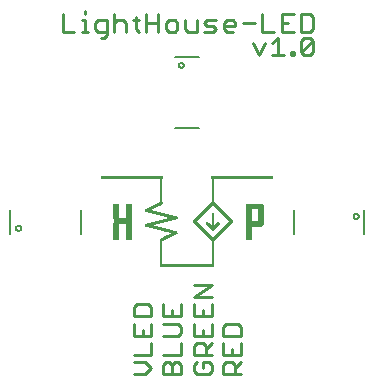
<source format=gto>
G75*
G70*
%OFA0B0*%
%FSLAX24Y24*%
%IPPOS*%
%LPD*%
%AMOC8*
5,1,8,0,0,1.08239X$1,22.5*
%
%ADD10C,0.0110*%
%ADD11R,0.1772X0.0008*%
%ADD12R,0.1787X0.0008*%
%ADD13R,0.1803X0.0008*%
%ADD14R,0.0087X0.0008*%
%ADD15R,0.0094X0.0008*%
%ADD16R,0.0110X0.0008*%
%ADD17R,0.0126X0.0008*%
%ADD18R,0.0142X0.0008*%
%ADD19R,0.0157X0.0008*%
%ADD20R,0.0173X0.0008*%
%ADD21R,0.0181X0.0008*%
%ADD22R,0.0189X0.0008*%
%ADD23R,0.0197X0.0008*%
%ADD24R,0.0205X0.0008*%
%ADD25R,0.0220X0.0008*%
%ADD26R,0.0236X0.0008*%
%ADD27R,0.0118X0.0008*%
%ADD28R,0.0252X0.0008*%
%ADD29R,0.0283X0.0008*%
%ADD30R,0.0307X0.0008*%
%ADD31R,0.0339X0.0008*%
%ADD32R,0.0354X0.0008*%
%ADD33R,0.0047X0.0008*%
%ADD34R,0.0063X0.0008*%
%ADD35R,0.0079X0.0008*%
%ADD36R,0.0268X0.0008*%
%ADD37R,0.0299X0.0008*%
%ADD38R,0.0504X0.0008*%
%ADD39R,0.0315X0.0008*%
%ADD40R,0.0520X0.0008*%
%ADD41R,0.0331X0.0008*%
%ADD42R,0.0535X0.0008*%
%ADD43R,0.0543X0.0008*%
%ADD44R,0.0228X0.0008*%
%ADD45R,0.0551X0.0008*%
%ADD46R,0.0559X0.0008*%
%ADD47R,0.0276X0.0008*%
%ADD48R,0.0567X0.0008*%
%ADD49R,0.0362X0.0008*%
%ADD50R,0.0102X0.0008*%
%ADD51R,0.0591X0.0008*%
%ADD52R,0.0071X0.0008*%
%ADD53R,0.0055X0.0008*%
%ADD54R,0.0039X0.0008*%
%ADD55R,0.0346X0.0008*%
%ADD56R,0.0323X0.0008*%
%ADD57R,0.0244X0.0008*%
%ADD58R,0.0528X0.0008*%
%ADD59R,0.2024X0.0008*%
%ADD60R,0.2039X0.0008*%
%ADD61R,0.2047X0.0008*%
%ADD62R,0.2055X0.0008*%
%ADD63R,0.2031X0.0008*%
%ADD64R,0.2008X0.0008*%
%ADD65C,0.0080*%
D10*
X006237Y002876D02*
X006630Y002876D01*
X006827Y003073D01*
X006630Y003269D01*
X006237Y003269D01*
X006237Y003520D02*
X006827Y003520D01*
X006827Y003914D01*
X006827Y004165D02*
X006827Y004559D01*
X006827Y004809D02*
X006827Y005105D01*
X006729Y005203D01*
X006335Y005203D01*
X006237Y005105D01*
X006237Y004809D01*
X006827Y004809D01*
X006532Y004362D02*
X006532Y004165D01*
X006237Y004165D02*
X006827Y004165D01*
X007221Y004165D02*
X007713Y004165D01*
X007812Y004263D01*
X007812Y004460D01*
X007713Y004559D01*
X007221Y004559D01*
X007221Y004809D02*
X007812Y004809D01*
X007812Y005203D01*
X007516Y005006D02*
X007516Y004809D01*
X007221Y004809D02*
X007221Y005203D01*
X008245Y005203D02*
X008245Y004809D01*
X008835Y004809D01*
X008835Y005203D01*
X008835Y005454D02*
X008245Y005454D01*
X008835Y005848D01*
X008245Y005848D01*
X008540Y005006D02*
X008540Y004809D01*
X008835Y004559D02*
X008835Y004165D01*
X008245Y004165D01*
X008245Y004559D01*
X008540Y004362D02*
X008540Y004165D01*
X008540Y003914D02*
X008343Y003914D01*
X008245Y003816D01*
X008245Y003520D01*
X008835Y003520D01*
X008737Y003269D02*
X008540Y003269D01*
X008540Y003073D01*
X008343Y002876D02*
X008737Y002876D01*
X008835Y002974D01*
X008835Y003171D01*
X008737Y003269D01*
X008638Y003520D02*
X008638Y003816D01*
X008540Y003914D01*
X008638Y003717D02*
X008835Y003914D01*
X009229Y003914D02*
X009229Y003520D01*
X009819Y003520D01*
X009819Y003914D01*
X009819Y004165D02*
X009819Y004460D01*
X009721Y004559D01*
X009327Y004559D01*
X009229Y004460D01*
X009229Y004165D01*
X009819Y004165D01*
X009524Y003717D02*
X009524Y003520D01*
X009524Y003269D02*
X009327Y003269D01*
X009229Y003171D01*
X009229Y002876D01*
X009819Y002876D01*
X009623Y002876D02*
X009623Y003171D01*
X009524Y003269D01*
X009623Y003073D02*
X009819Y003269D01*
X008343Y003269D02*
X008245Y003171D01*
X008245Y002974D01*
X008343Y002876D01*
X007812Y002876D02*
X007812Y003171D01*
X007713Y003269D01*
X007615Y003269D01*
X007516Y003171D01*
X007516Y002876D01*
X007221Y002876D02*
X007221Y003171D01*
X007319Y003269D01*
X007418Y003269D01*
X007516Y003171D01*
X007812Y002876D02*
X007221Y002876D01*
X007221Y003520D02*
X007812Y003520D01*
X007812Y003914D01*
X006237Y004165D02*
X006237Y004559D01*
X010402Y013506D02*
X010599Y013899D01*
X010850Y013899D02*
X011046Y014096D01*
X011046Y013506D01*
X010850Y013506D02*
X011243Y013506D01*
X011494Y013506D02*
X011494Y013604D01*
X011593Y013604D01*
X011593Y013506D01*
X011494Y013506D01*
X011816Y013604D02*
X012210Y013998D01*
X012210Y013604D01*
X012112Y013506D01*
X011915Y013506D01*
X011816Y013604D01*
X011816Y013998D01*
X011915Y014096D01*
X012112Y014096D01*
X012210Y013998D01*
X012111Y014293D02*
X012210Y014391D01*
X012210Y014785D01*
X012111Y014884D01*
X011816Y014884D01*
X011816Y014293D01*
X012111Y014293D01*
X011565Y014293D02*
X011171Y014293D01*
X011171Y014884D01*
X011565Y014884D01*
X011368Y014588D02*
X011171Y014588D01*
X010920Y014293D02*
X010527Y014293D01*
X010527Y014884D01*
X010276Y014588D02*
X009882Y014588D01*
X009631Y014588D02*
X009631Y014490D01*
X009238Y014490D01*
X009238Y014588D02*
X009336Y014687D01*
X009533Y014687D01*
X009631Y014588D01*
X009533Y014293D02*
X009336Y014293D01*
X009238Y014391D01*
X009238Y014588D01*
X008987Y014687D02*
X008692Y014687D01*
X008593Y014588D01*
X008692Y014490D01*
X008888Y014490D01*
X008987Y014391D01*
X008888Y014293D01*
X008593Y014293D01*
X008342Y014293D02*
X008342Y014687D01*
X007949Y014687D02*
X007949Y014391D01*
X008047Y014293D01*
X008342Y014293D01*
X007698Y014391D02*
X007599Y014293D01*
X007402Y014293D01*
X007304Y014391D01*
X007304Y014588D01*
X007402Y014687D01*
X007599Y014687D01*
X007698Y014588D01*
X007698Y014391D01*
X007053Y014293D02*
X007053Y014884D01*
X007053Y014588D02*
X006659Y014588D01*
X006427Y014687D02*
X006230Y014687D01*
X006328Y014785D02*
X006328Y014391D01*
X006427Y014293D01*
X006659Y014293D02*
X006659Y014884D01*
X005979Y014588D02*
X005979Y014293D01*
X005979Y014588D02*
X005880Y014687D01*
X005684Y014687D01*
X005585Y014588D01*
X005334Y014687D02*
X005039Y014687D01*
X004941Y014588D01*
X004941Y014391D01*
X005039Y014293D01*
X005334Y014293D01*
X005334Y014195D02*
X005334Y014687D01*
X005585Y014884D02*
X005585Y014293D01*
X005334Y014195D02*
X005236Y014096D01*
X005138Y014096D01*
X004708Y014293D02*
X004511Y014293D01*
X004609Y014293D02*
X004609Y014687D01*
X004511Y014687D01*
X004609Y014884D02*
X004609Y014982D01*
X003866Y014884D02*
X003866Y014293D01*
X004260Y014293D01*
X010205Y013899D02*
X010402Y013506D01*
D11*
X008016Y006435D03*
D12*
X008016Y006443D03*
D13*
X008016Y006451D03*
X008016Y006459D03*
X008016Y006466D03*
X008016Y006474D03*
X008016Y006482D03*
X008016Y006490D03*
X008016Y006498D03*
X008016Y006506D03*
D14*
X007158Y006514D03*
X007158Y006522D03*
X007158Y006529D03*
X007158Y006537D03*
X007158Y006545D03*
X007158Y006553D03*
X007158Y006561D03*
X007158Y006569D03*
X007158Y006577D03*
X007158Y006585D03*
X007158Y006592D03*
X007158Y006600D03*
X007158Y006608D03*
X007158Y006616D03*
X007158Y006624D03*
X007158Y006632D03*
X007158Y006640D03*
X007158Y006648D03*
X007158Y006655D03*
X007158Y006663D03*
X007158Y006671D03*
X007158Y006679D03*
X007158Y006687D03*
X007158Y006695D03*
X007158Y006703D03*
X007158Y006710D03*
X007158Y006718D03*
X007158Y006726D03*
X007158Y006734D03*
X007158Y006742D03*
X007158Y006750D03*
X007158Y006758D03*
X007158Y006766D03*
X007158Y006773D03*
X007158Y006781D03*
X007158Y006789D03*
X007158Y006797D03*
X007158Y006805D03*
X007158Y006813D03*
X007158Y006821D03*
X007158Y006829D03*
X007158Y006836D03*
X007158Y006844D03*
X007158Y006852D03*
X007158Y006860D03*
X007158Y006868D03*
X007158Y006876D03*
X007158Y006884D03*
X007158Y006892D03*
X007158Y006899D03*
X007158Y006907D03*
X007158Y006915D03*
X007158Y006923D03*
X007158Y006931D03*
X007158Y006939D03*
X007158Y006947D03*
X007158Y006955D03*
X007158Y006962D03*
X007158Y006970D03*
X007158Y006978D03*
X007158Y006986D03*
X007158Y006994D03*
X007158Y007002D03*
X007158Y007010D03*
X007158Y007018D03*
X007158Y007025D03*
X007158Y007033D03*
X007158Y007041D03*
X007158Y007049D03*
X007158Y007057D03*
X007158Y007065D03*
X007158Y007073D03*
X007158Y007081D03*
X007158Y007088D03*
X007158Y007096D03*
X007158Y007104D03*
X007158Y007112D03*
X007158Y007120D03*
X007158Y007128D03*
X007158Y007136D03*
X007158Y007144D03*
X007158Y007151D03*
X007158Y007159D03*
X007158Y007167D03*
X007158Y007175D03*
X007158Y007183D03*
X007158Y007191D03*
X007158Y007199D03*
X007158Y007207D03*
X007158Y007214D03*
X007158Y007222D03*
X007158Y007230D03*
X007158Y007238D03*
X007158Y007246D03*
X007158Y007254D03*
X007158Y007262D03*
X007158Y007270D03*
X007158Y007277D03*
X007158Y007285D03*
X007158Y007293D03*
X007158Y007301D03*
X007158Y008592D03*
X007158Y008600D03*
X007158Y008608D03*
X007158Y008616D03*
X007158Y008624D03*
X007158Y008632D03*
X007158Y008640D03*
X007158Y008648D03*
X007158Y008655D03*
X007158Y008663D03*
X007158Y008671D03*
X007158Y008679D03*
X007158Y008687D03*
X007158Y008695D03*
X007158Y008703D03*
X007158Y008710D03*
X007158Y008718D03*
X007158Y008726D03*
X007158Y008734D03*
X007158Y008742D03*
X007158Y008750D03*
X007158Y008758D03*
X007158Y008766D03*
X007158Y008773D03*
X007158Y008781D03*
X007158Y008789D03*
X007158Y008797D03*
X007158Y008805D03*
X007158Y008813D03*
X007158Y008821D03*
X007158Y008829D03*
X007158Y008836D03*
X007158Y008844D03*
X007158Y008852D03*
X007158Y008860D03*
X007158Y008868D03*
X007158Y008876D03*
X007158Y008884D03*
X007158Y008892D03*
X007158Y008899D03*
X007158Y008907D03*
X007158Y008915D03*
X007158Y008923D03*
X007158Y008931D03*
X007158Y008939D03*
X007158Y008947D03*
X007158Y008955D03*
X007158Y008962D03*
X007158Y008970D03*
X007158Y008978D03*
X007158Y008986D03*
X007158Y008994D03*
X007158Y009002D03*
X007158Y009010D03*
X007158Y009018D03*
X007158Y009025D03*
X007158Y009033D03*
X007158Y009041D03*
X007158Y009049D03*
X007158Y009057D03*
X007158Y009065D03*
X007158Y009073D03*
X007158Y009081D03*
X007158Y009088D03*
X007158Y009096D03*
X007158Y009104D03*
X007158Y009112D03*
X007158Y009120D03*
X007158Y009128D03*
X007158Y009136D03*
X007158Y009144D03*
X007158Y009151D03*
X007158Y009159D03*
X007158Y009167D03*
X007158Y009175D03*
X007158Y009183D03*
X007158Y009191D03*
X007158Y009199D03*
X007158Y009207D03*
X007158Y009214D03*
X007158Y009222D03*
X007158Y009230D03*
X007158Y009238D03*
X007158Y009246D03*
X007158Y009254D03*
X007158Y009262D03*
X007158Y009270D03*
X007158Y009277D03*
X007158Y009285D03*
X007158Y009293D03*
X007158Y009301D03*
X007158Y009309D03*
X007158Y009317D03*
X007158Y009325D03*
X007158Y009333D03*
X007158Y009340D03*
X007158Y009348D03*
X007158Y009356D03*
X007158Y009364D03*
X007158Y009372D03*
X008693Y007899D03*
X008874Y007899D03*
X008874Y007892D03*
X008874Y007884D03*
X008874Y007876D03*
X008874Y007868D03*
X008874Y007860D03*
X008874Y007852D03*
X008874Y007844D03*
X008874Y007836D03*
X008874Y007829D03*
X008874Y007821D03*
X008874Y007813D03*
X008874Y007907D03*
X008874Y007915D03*
X008874Y007923D03*
X008874Y007931D03*
X008874Y007939D03*
X008874Y007947D03*
X008874Y007955D03*
X008874Y007962D03*
X008874Y007970D03*
X008874Y007978D03*
X008874Y007986D03*
X008874Y007994D03*
X008874Y008002D03*
X008874Y008010D03*
X008874Y008018D03*
X008874Y008025D03*
X008874Y008033D03*
X008874Y008041D03*
X008874Y008049D03*
X008874Y008057D03*
X008874Y008065D03*
X008874Y008073D03*
X008874Y008081D03*
X008874Y008088D03*
X008874Y008096D03*
X008874Y008104D03*
X008874Y008112D03*
X008874Y008120D03*
X008874Y008128D03*
X008874Y008136D03*
X008874Y008144D03*
X008874Y008151D03*
X008874Y008159D03*
X008874Y008167D03*
X008874Y008175D03*
X008874Y008183D03*
X008874Y008191D03*
X009056Y007899D03*
X008874Y007309D03*
X008874Y007301D03*
X008874Y007293D03*
X008874Y007285D03*
X008874Y007277D03*
X008874Y007270D03*
X008874Y007262D03*
X008874Y007254D03*
X008874Y007246D03*
X008874Y007238D03*
X008874Y007230D03*
X008874Y007222D03*
X008874Y007214D03*
X008874Y007207D03*
X008874Y007199D03*
X008874Y007191D03*
X008874Y007183D03*
X008874Y007175D03*
X008874Y007167D03*
X008874Y007159D03*
X008874Y007151D03*
X008874Y007144D03*
X008874Y007136D03*
X008874Y007128D03*
X008874Y007120D03*
X008874Y007112D03*
X008874Y007104D03*
X008874Y007096D03*
X008874Y007088D03*
X008874Y007081D03*
X008874Y007073D03*
X008874Y007065D03*
X008874Y007057D03*
X008874Y007049D03*
X008874Y007041D03*
X008874Y007033D03*
X008874Y007025D03*
X008874Y007018D03*
X008874Y007010D03*
X008874Y007002D03*
X008874Y006994D03*
X008874Y006986D03*
X008874Y006978D03*
X008874Y006970D03*
X008874Y006962D03*
X008874Y006955D03*
X008874Y006947D03*
X008874Y006939D03*
X008874Y006931D03*
X008874Y006923D03*
X008874Y006915D03*
X008874Y006907D03*
X008874Y006899D03*
X008874Y006892D03*
X008874Y006884D03*
X008874Y006876D03*
X008874Y006868D03*
X008874Y006860D03*
X008874Y006852D03*
X008874Y006844D03*
X008874Y006836D03*
X008874Y006829D03*
X008874Y006821D03*
X008874Y006813D03*
X008874Y006805D03*
X008874Y006797D03*
X008874Y006789D03*
X008874Y006781D03*
X008874Y006773D03*
X008874Y006766D03*
X008874Y006758D03*
X008874Y006750D03*
X008874Y006742D03*
X008874Y006734D03*
X008874Y006726D03*
X008874Y006718D03*
X008874Y006710D03*
X008874Y006703D03*
X008874Y006695D03*
X008874Y006687D03*
X008874Y006679D03*
X008874Y006671D03*
X008874Y006663D03*
X008874Y006655D03*
X008874Y006648D03*
X008874Y006640D03*
X008874Y006632D03*
X008874Y006624D03*
X008874Y006616D03*
X008874Y006608D03*
X008874Y006600D03*
X008874Y006592D03*
X008874Y006585D03*
X008874Y006577D03*
X008874Y006569D03*
X008874Y006561D03*
X008874Y006553D03*
X008874Y006545D03*
X008874Y006537D03*
X008874Y006529D03*
X008874Y006522D03*
X008874Y006514D03*
X008874Y008585D03*
X008874Y008592D03*
X008874Y008600D03*
X008874Y008608D03*
X008874Y008616D03*
X008874Y008624D03*
X008874Y008632D03*
X008874Y008640D03*
X008874Y008648D03*
X008874Y008655D03*
X008874Y008663D03*
X008874Y008671D03*
X008874Y008679D03*
X008874Y008687D03*
X008874Y008695D03*
X008874Y008703D03*
X008874Y008710D03*
X008874Y008718D03*
X008874Y008726D03*
X008874Y008734D03*
X008874Y008742D03*
X008874Y008750D03*
X008874Y008758D03*
X008874Y008766D03*
X008874Y008773D03*
X008874Y008781D03*
X008874Y008789D03*
X008874Y008797D03*
X008874Y008805D03*
X008874Y008813D03*
X008874Y008821D03*
X008874Y008829D03*
X008874Y008836D03*
X008874Y008844D03*
X008874Y008852D03*
X008874Y008860D03*
X008874Y008868D03*
X008874Y008876D03*
X008874Y008884D03*
X008874Y008892D03*
X008874Y008899D03*
X008874Y008907D03*
X008874Y008915D03*
X008874Y008923D03*
X008874Y008931D03*
X008874Y008939D03*
X008874Y008947D03*
X008874Y008955D03*
X008874Y008962D03*
X008874Y008970D03*
X008874Y008978D03*
X008874Y008986D03*
X008874Y008994D03*
X008874Y009002D03*
X008874Y009010D03*
X008874Y009018D03*
X008874Y009025D03*
X008874Y009033D03*
X008874Y009041D03*
X008874Y009049D03*
X008874Y009057D03*
X008874Y009065D03*
X008874Y009073D03*
X008874Y009081D03*
X008874Y009088D03*
X008874Y009096D03*
X008874Y009104D03*
X008874Y009112D03*
X008874Y009120D03*
X008874Y009128D03*
X008874Y009136D03*
X008874Y009144D03*
X008874Y009151D03*
X008874Y009159D03*
X008874Y009167D03*
X008874Y009175D03*
X008874Y009183D03*
X008874Y009191D03*
X008874Y009199D03*
X008874Y009207D03*
X008874Y009214D03*
X008874Y009222D03*
X008874Y009230D03*
X008874Y009238D03*
X008874Y009246D03*
X008874Y009254D03*
X008874Y009262D03*
X008874Y009270D03*
X008874Y009277D03*
X008874Y009285D03*
X008874Y009293D03*
X008874Y009301D03*
X008874Y009309D03*
X008874Y009317D03*
X008874Y009325D03*
X008874Y009333D03*
X008874Y009340D03*
X008874Y009348D03*
X008874Y009356D03*
X008874Y009364D03*
X008874Y009372D03*
D15*
X008878Y008577D03*
X008697Y007892D03*
X008878Y007687D03*
X008878Y007317D03*
X007162Y007309D03*
X007154Y008585D03*
D16*
X007146Y008577D03*
X008272Y007947D03*
X008272Y007939D03*
X008280Y007931D03*
X008280Y007955D03*
X008705Y007876D03*
X008878Y007695D03*
X009052Y007884D03*
X009477Y007939D03*
X009477Y007955D03*
X008878Y008569D03*
X008878Y007325D03*
X007170Y007317D03*
D17*
X007178Y007325D03*
X008288Y007970D03*
X008296Y007978D03*
X008304Y007986D03*
X008311Y007994D03*
X008319Y008002D03*
X008327Y008010D03*
X008335Y008018D03*
X008343Y008025D03*
X008351Y008033D03*
X008359Y008041D03*
X008367Y008049D03*
X008374Y008057D03*
X008382Y008065D03*
X008390Y008073D03*
X008398Y008081D03*
X008406Y008088D03*
X008414Y008096D03*
X008422Y008104D03*
X008430Y008112D03*
X008437Y008120D03*
X008445Y008128D03*
X008453Y008136D03*
X008461Y008144D03*
X008469Y008151D03*
X008477Y008159D03*
X008485Y008167D03*
X008493Y008175D03*
X008500Y008183D03*
X008508Y008191D03*
X008516Y008199D03*
X008524Y008207D03*
X008532Y008214D03*
X008540Y008222D03*
X008548Y008230D03*
X008556Y008238D03*
X008563Y008246D03*
X008571Y008254D03*
X008579Y008262D03*
X008587Y008270D03*
X008595Y008277D03*
X008603Y008285D03*
X008611Y008293D03*
X008619Y008301D03*
X008626Y008309D03*
X008634Y008317D03*
X008642Y008325D03*
X008650Y008333D03*
X008658Y008340D03*
X008666Y008348D03*
X008674Y008356D03*
X008681Y008364D03*
X008689Y008372D03*
X008697Y008380D03*
X008705Y008388D03*
X008713Y008396D03*
X008721Y008403D03*
X008729Y008411D03*
X008737Y008419D03*
X008744Y008427D03*
X008752Y008435D03*
X008760Y008443D03*
X008768Y008451D03*
X008776Y008459D03*
X008784Y008466D03*
X008792Y008474D03*
X008800Y008482D03*
X008807Y008490D03*
X008878Y008561D03*
X008949Y008490D03*
X008957Y008482D03*
X008965Y008474D03*
X008973Y008466D03*
X008981Y008459D03*
X008989Y008451D03*
X008996Y008443D03*
X009004Y008435D03*
X009012Y008427D03*
X009020Y008419D03*
X009028Y008411D03*
X009036Y008403D03*
X009044Y008396D03*
X009052Y008388D03*
X009059Y008380D03*
X009067Y008372D03*
X009075Y008364D03*
X009083Y008356D03*
X009091Y008348D03*
X009099Y008340D03*
X009107Y008333D03*
X009115Y008325D03*
X009122Y008317D03*
X009130Y008309D03*
X009138Y008301D03*
X009146Y008293D03*
X009154Y008285D03*
X009162Y008277D03*
X009170Y008270D03*
X009178Y008262D03*
X009185Y008254D03*
X009193Y008246D03*
X009201Y008238D03*
X009209Y008230D03*
X009217Y008222D03*
X009225Y008214D03*
X009233Y008207D03*
X009241Y008199D03*
X009248Y008191D03*
X009256Y008183D03*
X009264Y008175D03*
X009272Y008167D03*
X009280Y008159D03*
X009288Y008151D03*
X009296Y008144D03*
X009304Y008136D03*
X009311Y008128D03*
X009319Y008120D03*
X009327Y008112D03*
X009335Y008104D03*
X009343Y008096D03*
X009351Y008088D03*
X009359Y008081D03*
X009367Y008073D03*
X009374Y008065D03*
X009382Y008057D03*
X009390Y008049D03*
X009398Y008041D03*
X009406Y008033D03*
X009414Y008025D03*
X009422Y008018D03*
X009430Y008010D03*
X009437Y008002D03*
X009445Y007994D03*
X009453Y007986D03*
X009461Y007978D03*
X009469Y007923D03*
X009461Y007915D03*
X009453Y007907D03*
X009445Y007899D03*
X009437Y007892D03*
X009430Y007884D03*
X009422Y007876D03*
X009414Y007868D03*
X009406Y007860D03*
X009398Y007852D03*
X009390Y007844D03*
X009382Y007836D03*
X009374Y007829D03*
X009367Y007821D03*
X009359Y007813D03*
X009351Y007805D03*
X009343Y007797D03*
X009335Y007789D03*
X009327Y007781D03*
X009319Y007773D03*
X009311Y007766D03*
X009304Y007758D03*
X009296Y007750D03*
X009288Y007742D03*
X009280Y007734D03*
X009272Y007726D03*
X009264Y007718D03*
X009256Y007710D03*
X009248Y007703D03*
X009241Y007695D03*
X009233Y007687D03*
X009225Y007679D03*
X009217Y007671D03*
X009209Y007663D03*
X009201Y007655D03*
X009193Y007648D03*
X009185Y007640D03*
X009178Y007632D03*
X009170Y007624D03*
X009162Y007616D03*
X009154Y007608D03*
X009146Y007600D03*
X009138Y007592D03*
X009130Y007585D03*
X009122Y007577D03*
X009115Y007569D03*
X009107Y007561D03*
X009099Y007553D03*
X009091Y007545D03*
X009083Y007537D03*
X009075Y007529D03*
X009067Y007522D03*
X009059Y007514D03*
X009052Y007506D03*
X009044Y007498D03*
X009036Y007490D03*
X009028Y007482D03*
X009020Y007474D03*
X009012Y007466D03*
X009004Y007459D03*
X008996Y007451D03*
X008989Y007443D03*
X008981Y007435D03*
X008973Y007427D03*
X008965Y007419D03*
X008957Y007411D03*
X008949Y007403D03*
X008941Y007396D03*
X008878Y007333D03*
X008878Y007703D03*
X008989Y007813D03*
X008996Y007821D03*
X009004Y007829D03*
X009012Y007836D03*
X009020Y007844D03*
X009028Y007852D03*
X009036Y007860D03*
X007138Y008569D03*
D18*
X007130Y008561D03*
X007185Y007333D03*
X008878Y007340D03*
X008878Y007710D03*
X008878Y008553D03*
D19*
X008878Y008545D03*
X008878Y007718D03*
X008878Y007348D03*
X007193Y007340D03*
X007122Y008553D03*
D20*
X007115Y008545D03*
X006713Y008333D03*
X006713Y008325D03*
X007201Y007348D03*
X007603Y007561D03*
X008878Y007726D03*
X008878Y007356D03*
X008878Y008537D03*
D21*
X010087Y008372D03*
X010087Y008364D03*
X010087Y008356D03*
X010087Y008348D03*
X010087Y008340D03*
X010087Y008333D03*
X010087Y008325D03*
X010087Y008317D03*
X010087Y008309D03*
X010087Y008301D03*
X010087Y008293D03*
X010087Y008285D03*
X010087Y008277D03*
X010087Y008270D03*
X010087Y008262D03*
X010087Y008254D03*
X010087Y008246D03*
X010087Y008238D03*
X010087Y008230D03*
X010087Y008222D03*
X010087Y008214D03*
X010087Y008207D03*
X010087Y008199D03*
X010087Y008191D03*
X010087Y008183D03*
X010087Y008175D03*
X010087Y008167D03*
X010087Y008159D03*
X010087Y008151D03*
X010087Y008144D03*
X010087Y008136D03*
X010087Y008128D03*
X010087Y008120D03*
X010087Y008112D03*
X010087Y008104D03*
X010087Y008096D03*
X010087Y008088D03*
X010087Y008081D03*
X010087Y008073D03*
X010087Y008065D03*
X010087Y008057D03*
X010087Y008049D03*
X010087Y008041D03*
X010087Y008033D03*
X010087Y008025D03*
X010087Y008018D03*
X010087Y008010D03*
X010087Y008002D03*
X010087Y007994D03*
X010087Y007986D03*
X010087Y007978D03*
X010087Y007970D03*
X010087Y007962D03*
X010087Y007955D03*
X010087Y007947D03*
X010087Y007781D03*
X010087Y007773D03*
X010087Y007766D03*
X010087Y007758D03*
X010087Y007750D03*
X010087Y007742D03*
X010087Y007734D03*
X010087Y007726D03*
X010087Y007718D03*
X010087Y007710D03*
X010087Y007703D03*
X010087Y007695D03*
X010087Y007687D03*
X010087Y007679D03*
X010087Y007671D03*
X010087Y007663D03*
X010087Y007655D03*
X010087Y007648D03*
X010087Y007640D03*
X010087Y007632D03*
X010087Y007624D03*
X010087Y007616D03*
X010087Y007608D03*
X010087Y007600D03*
X010087Y007592D03*
X010087Y007585D03*
X010087Y007577D03*
X010087Y007569D03*
X010087Y007561D03*
X010087Y007553D03*
X010087Y007545D03*
X010087Y007537D03*
X010087Y007529D03*
X010087Y007522D03*
X010087Y007514D03*
X010087Y007506D03*
X010087Y007498D03*
X010087Y007490D03*
X010087Y007482D03*
X010087Y007474D03*
X010087Y007466D03*
X010087Y007459D03*
X010087Y007451D03*
X010087Y007443D03*
X010087Y007435D03*
X010087Y007427D03*
X010087Y007419D03*
X010087Y007411D03*
X010087Y007403D03*
X010087Y007396D03*
X010087Y007388D03*
X010087Y007380D03*
X010087Y007372D03*
X010087Y007364D03*
X010473Y007947D03*
X010473Y007955D03*
X010473Y007962D03*
X010473Y007970D03*
X010473Y007978D03*
X010473Y007986D03*
X010473Y007994D03*
X010473Y008002D03*
X010473Y008010D03*
X010473Y008018D03*
X010473Y008025D03*
X010473Y008033D03*
X010473Y008041D03*
X010473Y008049D03*
X010473Y008057D03*
X010473Y008065D03*
X010473Y008073D03*
X010473Y008081D03*
X010473Y008088D03*
X010473Y008096D03*
X010473Y008104D03*
X010473Y008112D03*
X010473Y008120D03*
X010473Y008128D03*
X010473Y008136D03*
X010473Y008144D03*
X010473Y008151D03*
X010473Y008159D03*
X010473Y008167D03*
X010473Y008175D03*
X010473Y008183D03*
X010473Y008191D03*
X010473Y008199D03*
X010473Y008207D03*
X010473Y008214D03*
X010473Y008222D03*
X010473Y008230D03*
X010473Y008238D03*
X010473Y008246D03*
X010473Y008254D03*
X010473Y008262D03*
X010473Y008270D03*
X010473Y008277D03*
X010473Y008285D03*
X010473Y008293D03*
X010473Y008301D03*
X010473Y008309D03*
X010473Y008317D03*
X010473Y008325D03*
X010473Y008333D03*
X010473Y008340D03*
X010473Y008348D03*
X010473Y008356D03*
X010473Y008364D03*
X010473Y008372D03*
X007591Y007553D03*
X007213Y007356D03*
X006725Y008340D03*
X007103Y008537D03*
X006071Y008529D03*
X006071Y008522D03*
X006071Y008514D03*
X006071Y008506D03*
X006071Y008498D03*
X006071Y008490D03*
X006071Y008482D03*
X006071Y008474D03*
X006071Y008466D03*
X006071Y008459D03*
X006071Y008451D03*
X006071Y008443D03*
X006071Y008435D03*
X006071Y008427D03*
X006071Y008419D03*
X006071Y008411D03*
X006071Y008403D03*
X006071Y008396D03*
X006071Y008388D03*
X006071Y008380D03*
X006071Y008372D03*
X006071Y008364D03*
X006071Y008356D03*
X006071Y008348D03*
X006071Y008340D03*
X006071Y008333D03*
X006071Y008325D03*
X006071Y008317D03*
X006071Y008309D03*
X006071Y008301D03*
X006071Y008293D03*
X006071Y008285D03*
X006071Y008277D03*
X006071Y008270D03*
X006071Y008262D03*
X006071Y008254D03*
X006071Y008246D03*
X006071Y008238D03*
X006071Y008230D03*
X006071Y008222D03*
X006071Y008214D03*
X006071Y008207D03*
X006071Y008199D03*
X006071Y008191D03*
X006071Y008183D03*
X006071Y008175D03*
X006071Y008167D03*
X006071Y008159D03*
X006071Y008151D03*
X006071Y008144D03*
X006071Y008136D03*
X006071Y008128D03*
X006071Y008120D03*
X006071Y008112D03*
X006071Y008104D03*
X006071Y008096D03*
X006071Y008088D03*
X006071Y008081D03*
X006071Y008073D03*
X006071Y008065D03*
X006071Y008057D03*
X006071Y007884D03*
X006071Y007876D03*
X006071Y007868D03*
X006071Y007860D03*
X006071Y007852D03*
X006071Y007844D03*
X006071Y007836D03*
X006071Y007829D03*
X006071Y007821D03*
X006071Y007813D03*
X006071Y007805D03*
X006071Y007797D03*
X006071Y007789D03*
X006071Y007781D03*
X006071Y007773D03*
X006071Y007766D03*
X006071Y007758D03*
X006071Y007750D03*
X006071Y007742D03*
X006071Y007734D03*
X006071Y007726D03*
X006071Y007718D03*
X006071Y007710D03*
X006071Y007703D03*
X006071Y007695D03*
X006071Y007687D03*
X006071Y007679D03*
X006071Y007671D03*
X006071Y007663D03*
X006071Y007655D03*
X006071Y007648D03*
X006071Y007640D03*
X006071Y007632D03*
X006071Y007624D03*
X006071Y007616D03*
X006071Y007608D03*
X006071Y007600D03*
X006071Y007592D03*
X006071Y007585D03*
X006071Y007577D03*
X006071Y007569D03*
X006071Y007561D03*
X006071Y007553D03*
X006071Y007545D03*
X006071Y007537D03*
X006071Y007529D03*
X006071Y007522D03*
X006071Y007514D03*
X006071Y007506D03*
X006071Y007498D03*
X006071Y007490D03*
X006071Y007482D03*
X006071Y007474D03*
X006071Y007466D03*
X006071Y007459D03*
X006071Y007451D03*
X006071Y007443D03*
X006071Y007435D03*
X006071Y007427D03*
X006071Y007419D03*
X006071Y007411D03*
X006071Y007403D03*
X006071Y007396D03*
X006071Y007388D03*
X006071Y007380D03*
X006071Y007372D03*
X006071Y007364D03*
X005662Y007364D03*
X005662Y007372D03*
X005662Y007380D03*
X005662Y007388D03*
X005662Y007396D03*
X005662Y007403D03*
X005662Y007411D03*
X005662Y007419D03*
X005662Y007427D03*
X005662Y007435D03*
X005662Y007443D03*
X005662Y007451D03*
X005662Y007459D03*
X005662Y007466D03*
X005662Y007474D03*
X005662Y007482D03*
X005662Y007490D03*
X005662Y007498D03*
X005662Y007506D03*
X005662Y007514D03*
X005662Y007522D03*
X005662Y007529D03*
X005662Y007537D03*
X005662Y007545D03*
X005662Y007553D03*
X005662Y007561D03*
X005662Y007569D03*
X005662Y007577D03*
X005662Y007585D03*
X005662Y007592D03*
X005662Y007600D03*
X005662Y007608D03*
X005662Y007616D03*
X005662Y007624D03*
X005662Y007632D03*
X005662Y007640D03*
X005662Y007648D03*
X005662Y007655D03*
X005662Y007663D03*
X005662Y007671D03*
X005662Y007679D03*
X005662Y007687D03*
X005662Y007695D03*
X005662Y007703D03*
X005662Y007710D03*
X005662Y007718D03*
X005662Y007726D03*
X005662Y007734D03*
X005662Y007742D03*
X005662Y007750D03*
X005662Y007758D03*
X005662Y007766D03*
X005662Y007773D03*
X005662Y007781D03*
X005662Y007789D03*
X005662Y007797D03*
X005662Y007805D03*
X005662Y007813D03*
X005662Y007821D03*
X005662Y007829D03*
X005662Y007836D03*
X005662Y007844D03*
X005662Y007852D03*
X005662Y007860D03*
X005662Y007868D03*
X005662Y007876D03*
X005662Y007884D03*
X005662Y008057D03*
X005662Y008065D03*
X005662Y008073D03*
X005662Y008081D03*
X005662Y008088D03*
X005662Y008096D03*
X005662Y008104D03*
X005662Y008112D03*
X005662Y008120D03*
X005662Y008128D03*
X005662Y008136D03*
X005662Y008144D03*
X005662Y008151D03*
X005662Y008159D03*
X005662Y008167D03*
X005662Y008175D03*
X005662Y008183D03*
X005662Y008191D03*
X005662Y008199D03*
X005662Y008207D03*
X005662Y008214D03*
X005662Y008222D03*
X005662Y008230D03*
X005662Y008238D03*
X005662Y008246D03*
X005662Y008254D03*
X005662Y008262D03*
X005662Y008270D03*
X005662Y008277D03*
X005662Y008285D03*
X005662Y008293D03*
X005662Y008301D03*
X005662Y008309D03*
X005662Y008317D03*
X005662Y008325D03*
X005662Y008333D03*
X005662Y008340D03*
X005662Y008348D03*
X005662Y008356D03*
X005662Y008364D03*
X005662Y008372D03*
X005662Y008380D03*
X005662Y008388D03*
X005662Y008396D03*
X005662Y008403D03*
X005662Y008411D03*
X005662Y008419D03*
X005662Y008427D03*
X005662Y008435D03*
X005662Y008443D03*
X005662Y008451D03*
X005662Y008459D03*
X005662Y008466D03*
X005662Y008474D03*
X005662Y008482D03*
X005662Y008490D03*
X005662Y008498D03*
X005662Y008506D03*
X005662Y008514D03*
X005662Y008522D03*
X005662Y008529D03*
D22*
X006737Y008348D03*
X007091Y008529D03*
X007595Y007569D03*
X007225Y007364D03*
X008878Y007364D03*
X008878Y007734D03*
X008878Y008529D03*
D23*
X007583Y007545D03*
X007567Y007537D03*
X007552Y007529D03*
X007536Y007522D03*
X007520Y007514D03*
X007504Y007506D03*
X007489Y007498D03*
X007473Y007490D03*
X007457Y007482D03*
X007441Y007474D03*
X007426Y007466D03*
X007410Y007459D03*
X007394Y007451D03*
X007378Y007443D03*
X007363Y007435D03*
X007347Y007427D03*
X007331Y007419D03*
X007315Y007411D03*
X007300Y007403D03*
X007284Y007396D03*
X007268Y007388D03*
X007252Y007380D03*
X007237Y007372D03*
X006748Y008356D03*
X006764Y008364D03*
X006780Y008372D03*
X006796Y008380D03*
X006811Y008388D03*
X006827Y008396D03*
X006843Y008403D03*
X006859Y008411D03*
X006874Y008419D03*
X006890Y008427D03*
X006906Y008435D03*
X006922Y008443D03*
X006937Y008451D03*
X006953Y008459D03*
X006969Y008466D03*
X006985Y008474D03*
X007000Y008482D03*
X007016Y008490D03*
X007032Y008498D03*
X007048Y008506D03*
X007063Y008514D03*
X007079Y008522D03*
D24*
X006729Y008317D03*
X008878Y008522D03*
X008878Y007742D03*
X008878Y007372D03*
D25*
X008878Y007380D03*
X008878Y007750D03*
X008878Y008514D03*
X007579Y007577D03*
D26*
X007571Y008065D03*
X007571Y008073D03*
X008878Y007758D03*
X008878Y007388D03*
X008878Y008506D03*
D27*
X009048Y007876D03*
X009040Y007868D03*
X008764Y007813D03*
X008756Y007821D03*
X008748Y007829D03*
X008741Y007836D03*
X008733Y007844D03*
X008725Y007852D03*
X008717Y007860D03*
X008709Y007868D03*
X008520Y007687D03*
X008512Y007695D03*
X008504Y007703D03*
X008496Y007710D03*
X008489Y007718D03*
X008481Y007726D03*
X008473Y007734D03*
X008465Y007742D03*
X008457Y007750D03*
X008449Y007758D03*
X008441Y007766D03*
X008433Y007773D03*
X008426Y007781D03*
X008418Y007789D03*
X008410Y007797D03*
X008402Y007805D03*
X008394Y007813D03*
X008386Y007821D03*
X008378Y007829D03*
X008370Y007836D03*
X008363Y007844D03*
X008355Y007852D03*
X008347Y007860D03*
X008339Y007868D03*
X008331Y007876D03*
X008323Y007884D03*
X008315Y007892D03*
X008307Y007899D03*
X008300Y007907D03*
X008292Y007915D03*
X008284Y007923D03*
X008284Y007962D03*
X008528Y007679D03*
X008536Y007671D03*
X008544Y007663D03*
X008552Y007655D03*
X008559Y007648D03*
X008567Y007640D03*
X008575Y007632D03*
X008583Y007624D03*
X008591Y007616D03*
X008599Y007608D03*
X008607Y007600D03*
X008615Y007592D03*
X008622Y007585D03*
X008630Y007577D03*
X008638Y007569D03*
X008646Y007561D03*
X008654Y007553D03*
X008662Y007545D03*
X008670Y007537D03*
X008678Y007529D03*
X008685Y007522D03*
X008693Y007514D03*
X008701Y007506D03*
X008709Y007498D03*
X008717Y007490D03*
X008725Y007482D03*
X008733Y007474D03*
X008741Y007466D03*
X008748Y007459D03*
X008756Y007451D03*
X008764Y007443D03*
X008772Y007435D03*
X008780Y007427D03*
X008788Y007419D03*
X008796Y007411D03*
X008804Y007403D03*
X008811Y007396D03*
X009473Y007931D03*
X009473Y007962D03*
X009465Y007970D03*
D28*
X008878Y007766D03*
X008878Y008498D03*
X007563Y007585D03*
X006752Y007813D03*
X006744Y007829D03*
D29*
X006768Y007805D03*
X007548Y007592D03*
X008878Y007781D03*
D30*
X007528Y007600D03*
X006780Y007844D03*
D31*
X006804Y007789D03*
X007512Y007608D03*
D32*
X007489Y007616D03*
X007457Y007624D03*
X007426Y007632D03*
X007394Y007640D03*
X007363Y007648D03*
X007331Y007655D03*
X007300Y007663D03*
X007268Y007671D03*
X007237Y007679D03*
X007205Y007687D03*
X007174Y007695D03*
X007142Y007703D03*
X007111Y007710D03*
X007079Y007718D03*
X007048Y007726D03*
X007016Y007734D03*
X006985Y007742D03*
X006953Y007750D03*
X006922Y007758D03*
X006890Y007766D03*
X006859Y007773D03*
X006827Y007781D03*
X006819Y007860D03*
X007000Y007907D03*
X007032Y007915D03*
X007063Y007923D03*
X007095Y007931D03*
X007126Y007939D03*
X007158Y007947D03*
X007189Y007955D03*
X007221Y007962D03*
X007252Y007970D03*
X007284Y007978D03*
X007315Y007986D03*
X007347Y007994D03*
X007378Y008002D03*
X007410Y008010D03*
X007441Y008018D03*
X007473Y008025D03*
X007473Y008112D03*
X007441Y008120D03*
X007410Y008128D03*
X007378Y008136D03*
X007347Y008144D03*
X007315Y008151D03*
X007284Y008159D03*
X007252Y008167D03*
X007221Y008175D03*
X007189Y008183D03*
X007158Y008191D03*
X007126Y008199D03*
X007095Y008207D03*
X007063Y008214D03*
X007032Y008222D03*
X007000Y008230D03*
X006969Y008238D03*
X006937Y008246D03*
X006906Y008254D03*
X006874Y008262D03*
X006843Y008270D03*
D33*
X008878Y007663D03*
D34*
X008878Y007671D03*
X009059Y007915D03*
X008878Y008222D03*
D35*
X008878Y008214D03*
X008878Y008207D03*
X008878Y008199D03*
X009059Y007907D03*
X008878Y007679D03*
D36*
X008878Y007773D03*
X007556Y008057D03*
X007556Y008081D03*
X006760Y008301D03*
D37*
X006776Y008293D03*
X007540Y008088D03*
X007540Y008049D03*
X008878Y007789D03*
D38*
X010248Y007789D03*
X010248Y008529D03*
D39*
X008878Y007797D03*
X006784Y007797D03*
D40*
X010256Y007797D03*
D41*
X008878Y007805D03*
X006800Y007852D03*
D42*
X010264Y007805D03*
X010264Y008514D03*
D43*
X010268Y008506D03*
X010268Y007813D03*
D44*
X006733Y007821D03*
D45*
X010272Y007821D03*
X010272Y008498D03*
D46*
X010276Y008490D03*
X010276Y008482D03*
X010276Y007836D03*
X010276Y007829D03*
D47*
X006764Y007836D03*
D48*
X010280Y007844D03*
X010280Y007852D03*
X010280Y007860D03*
X010280Y007868D03*
X010280Y007876D03*
X010280Y007884D03*
X010280Y007892D03*
X010280Y007899D03*
X010280Y007907D03*
X010280Y007915D03*
X010280Y007923D03*
X010280Y007931D03*
X010280Y007939D03*
X010280Y008380D03*
X010280Y008388D03*
X010280Y008396D03*
X010280Y008403D03*
X010280Y008411D03*
X010280Y008419D03*
X010280Y008427D03*
X010280Y008435D03*
X010280Y008443D03*
X010280Y008451D03*
X010280Y008459D03*
X010280Y008466D03*
X010280Y008474D03*
D49*
X006973Y007899D03*
X006941Y007892D03*
X006910Y007884D03*
X006878Y007876D03*
X006847Y007868D03*
D50*
X008701Y007884D03*
X009056Y007892D03*
X009481Y007947D03*
D51*
X005867Y007947D03*
X005867Y007955D03*
X005867Y007962D03*
X005867Y007970D03*
X005867Y007978D03*
X005867Y007986D03*
X005867Y007994D03*
X005867Y008002D03*
X005867Y008010D03*
X005867Y008018D03*
X005867Y008025D03*
X005867Y008033D03*
X005867Y008041D03*
X005867Y008049D03*
X005867Y007939D03*
X005867Y007931D03*
X005867Y007923D03*
X005867Y007915D03*
X005867Y007907D03*
X005867Y007899D03*
X005867Y007892D03*
D52*
X008693Y007907D03*
D53*
X008693Y007915D03*
D54*
X008693Y007923D03*
X008874Y008230D03*
X009063Y007923D03*
D55*
X007500Y008033D03*
X007500Y008104D03*
X006815Y008277D03*
D56*
X006796Y008285D03*
X007520Y008096D03*
X007520Y008041D03*
D57*
X006741Y008309D03*
D58*
X010260Y008522D03*
D59*
X009843Y009380D03*
X006189Y009380D03*
X006174Y009451D03*
D60*
X006174Y009443D03*
X006181Y009388D03*
X009851Y009388D03*
X009859Y009443D03*
D61*
X009863Y009435D03*
X009863Y009427D03*
X009855Y009396D03*
X006178Y009396D03*
X006170Y009435D03*
D62*
X006174Y009427D03*
X006174Y009419D03*
X006174Y009411D03*
X006174Y009403D03*
X009859Y009403D03*
X009859Y009411D03*
X009859Y009419D03*
D63*
X009863Y009451D03*
D64*
X009859Y009459D03*
X006174Y009459D03*
D65*
X004481Y008333D02*
X004481Y007545D01*
X002306Y007742D02*
X002308Y007760D01*
X002314Y007778D01*
X002323Y007794D01*
X002335Y007807D01*
X002350Y007818D01*
X002367Y007826D01*
X002385Y007830D01*
X002403Y007830D01*
X002421Y007826D01*
X002438Y007818D01*
X002453Y007807D01*
X002465Y007794D01*
X002474Y007778D01*
X002480Y007760D01*
X002482Y007742D01*
X002480Y007724D01*
X002474Y007706D01*
X002465Y007690D01*
X002453Y007677D01*
X002438Y007666D01*
X002421Y007658D01*
X002403Y007654D01*
X002385Y007654D01*
X002367Y007658D01*
X002350Y007666D01*
X002335Y007677D01*
X002323Y007690D01*
X002314Y007706D01*
X002308Y007724D01*
X002306Y007742D01*
X002119Y007545D02*
X002119Y008333D01*
X007630Y011088D02*
X008418Y011088D01*
X007739Y013175D02*
X007741Y013193D01*
X007747Y013211D01*
X007756Y013227D01*
X007768Y013240D01*
X007783Y013251D01*
X007800Y013259D01*
X007818Y013263D01*
X007836Y013263D01*
X007854Y013259D01*
X007871Y013251D01*
X007886Y013240D01*
X007898Y013227D01*
X007907Y013211D01*
X007913Y013193D01*
X007915Y013175D01*
X007913Y013157D01*
X007907Y013139D01*
X007898Y013123D01*
X007886Y013110D01*
X007871Y013099D01*
X007854Y013091D01*
X007836Y013087D01*
X007818Y013087D01*
X007800Y013091D01*
X007783Y013099D01*
X007768Y013110D01*
X007756Y013123D01*
X007747Y013139D01*
X007741Y013157D01*
X007739Y013175D01*
X007630Y013451D02*
X008418Y013451D01*
X011567Y008333D02*
X011567Y007545D01*
X013566Y008136D02*
X013568Y008154D01*
X013574Y008172D01*
X013583Y008188D01*
X013595Y008201D01*
X013610Y008212D01*
X013627Y008220D01*
X013645Y008224D01*
X013663Y008224D01*
X013681Y008220D01*
X013698Y008212D01*
X013713Y008201D01*
X013725Y008188D01*
X013734Y008172D01*
X013740Y008154D01*
X013742Y008136D01*
X013740Y008118D01*
X013734Y008100D01*
X013725Y008084D01*
X013713Y008071D01*
X013698Y008060D01*
X013681Y008052D01*
X013663Y008048D01*
X013645Y008048D01*
X013627Y008052D01*
X013610Y008060D01*
X013595Y008071D01*
X013583Y008084D01*
X013574Y008100D01*
X013568Y008118D01*
X013566Y008136D01*
X013930Y008333D02*
X013930Y007545D01*
M02*

</source>
